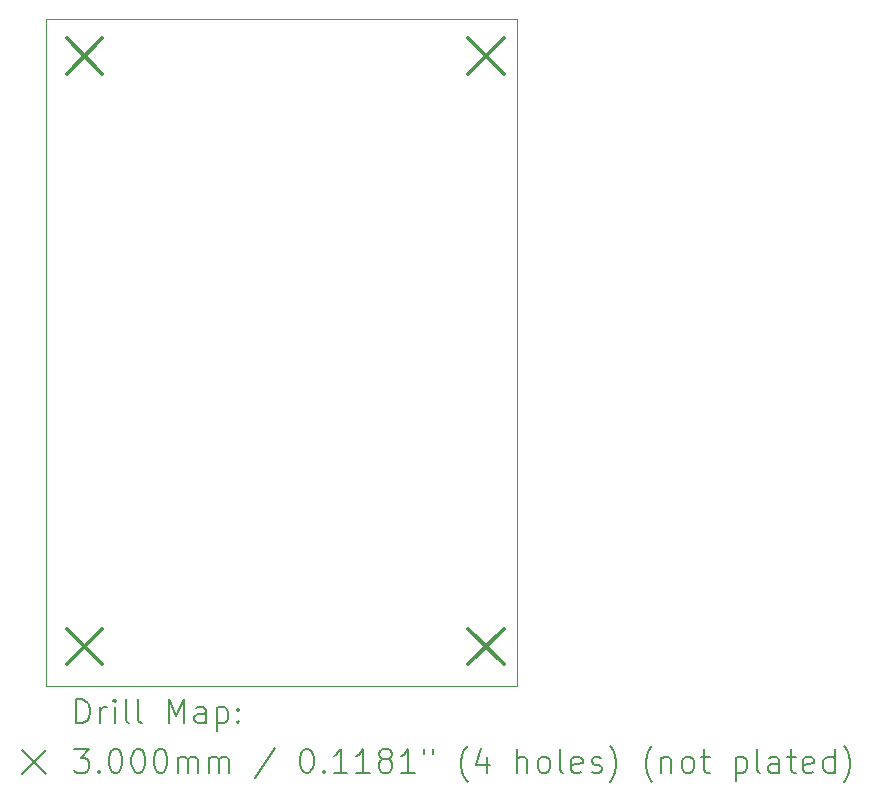
<source format=gbr>
%TF.GenerationSoftware,KiCad,Pcbnew,9.0.1*%
%TF.CreationDate,2025-06-03T13:31:58-07:00*%
%TF.ProjectId,mp153-devboard,6d703135-332d-4646-9576-626f6172642e,rev?*%
%TF.SameCoordinates,PXb487a00PY650eff0*%
%TF.FileFunction,Drillmap*%
%TF.FilePolarity,Positive*%
%FSLAX45Y45*%
G04 Gerber Fmt 4.5, Leading zero omitted, Abs format (unit mm)*
G04 Created by KiCad (PCBNEW 9.0.1) date 2025-06-03 13:31:58*
%MOMM*%
%LPD*%
G01*
G04 APERTURE LIST*
%ADD10C,0.050000*%
%ADD11C,0.200000*%
%ADD12C,0.300000*%
G04 APERTURE END LIST*
D10*
X0Y5644920D02*
X3990340Y5644920D01*
X3990340Y0D01*
X0Y0D01*
X0Y5644920D01*
D11*
D12*
X175080Y5485760D02*
X475080Y5185760D01*
X475080Y5485760D02*
X175080Y5185760D01*
X175080Y485760D02*
X475080Y185760D01*
X475080Y485760D02*
X175080Y185760D01*
X3575080Y5485760D02*
X3875080Y5185760D01*
X3875080Y5485760D02*
X3575080Y5185760D01*
X3575080Y485760D02*
X3875080Y185760D01*
X3875080Y485760D02*
X3575080Y185760D01*
D11*
X258277Y-313984D02*
X258277Y-113984D01*
X258277Y-113984D02*
X305896Y-113984D01*
X305896Y-113984D02*
X334467Y-123508D01*
X334467Y-123508D02*
X353515Y-142555D01*
X353515Y-142555D02*
X363039Y-161603D01*
X363039Y-161603D02*
X372562Y-199698D01*
X372562Y-199698D02*
X372562Y-228269D01*
X372562Y-228269D02*
X363039Y-266365D01*
X363039Y-266365D02*
X353515Y-285412D01*
X353515Y-285412D02*
X334467Y-304460D01*
X334467Y-304460D02*
X305896Y-313984D01*
X305896Y-313984D02*
X258277Y-313984D01*
X458277Y-313984D02*
X458277Y-180650D01*
X458277Y-218746D02*
X467801Y-199698D01*
X467801Y-199698D02*
X477324Y-190174D01*
X477324Y-190174D02*
X496372Y-180650D01*
X496372Y-180650D02*
X515420Y-180650D01*
X582086Y-313984D02*
X582086Y-180650D01*
X582086Y-113984D02*
X572563Y-123508D01*
X572563Y-123508D02*
X582086Y-133031D01*
X582086Y-133031D02*
X591610Y-123508D01*
X591610Y-123508D02*
X582086Y-113984D01*
X582086Y-113984D02*
X582086Y-133031D01*
X705896Y-313984D02*
X686848Y-304460D01*
X686848Y-304460D02*
X677324Y-285412D01*
X677324Y-285412D02*
X677324Y-113984D01*
X810658Y-313984D02*
X791610Y-304460D01*
X791610Y-304460D02*
X782086Y-285412D01*
X782086Y-285412D02*
X782086Y-113984D01*
X1039229Y-313984D02*
X1039229Y-113984D01*
X1039229Y-113984D02*
X1105896Y-256841D01*
X1105896Y-256841D02*
X1172563Y-113984D01*
X1172563Y-113984D02*
X1172563Y-313984D01*
X1353515Y-313984D02*
X1353515Y-209222D01*
X1353515Y-209222D02*
X1343991Y-190174D01*
X1343991Y-190174D02*
X1324944Y-180650D01*
X1324944Y-180650D02*
X1286848Y-180650D01*
X1286848Y-180650D02*
X1267801Y-190174D01*
X1353515Y-304460D02*
X1334467Y-313984D01*
X1334467Y-313984D02*
X1286848Y-313984D01*
X1286848Y-313984D02*
X1267801Y-304460D01*
X1267801Y-304460D02*
X1258277Y-285412D01*
X1258277Y-285412D02*
X1258277Y-266365D01*
X1258277Y-266365D02*
X1267801Y-247317D01*
X1267801Y-247317D02*
X1286848Y-237793D01*
X1286848Y-237793D02*
X1334467Y-237793D01*
X1334467Y-237793D02*
X1353515Y-228269D01*
X1448753Y-180650D02*
X1448753Y-380650D01*
X1448753Y-190174D02*
X1467801Y-180650D01*
X1467801Y-180650D02*
X1505896Y-180650D01*
X1505896Y-180650D02*
X1524943Y-190174D01*
X1524943Y-190174D02*
X1534467Y-199698D01*
X1534467Y-199698D02*
X1543991Y-218746D01*
X1543991Y-218746D02*
X1543991Y-275889D01*
X1543991Y-275889D02*
X1534467Y-294936D01*
X1534467Y-294936D02*
X1524943Y-304460D01*
X1524943Y-304460D02*
X1505896Y-313984D01*
X1505896Y-313984D02*
X1467801Y-313984D01*
X1467801Y-313984D02*
X1448753Y-304460D01*
X1629705Y-294936D02*
X1639229Y-304460D01*
X1639229Y-304460D02*
X1629705Y-313984D01*
X1629705Y-313984D02*
X1620182Y-304460D01*
X1620182Y-304460D02*
X1629705Y-294936D01*
X1629705Y-294936D02*
X1629705Y-313984D01*
X1629705Y-190174D02*
X1639229Y-199698D01*
X1639229Y-199698D02*
X1629705Y-209222D01*
X1629705Y-209222D02*
X1620182Y-199698D01*
X1620182Y-199698D02*
X1629705Y-190174D01*
X1629705Y-190174D02*
X1629705Y-209222D01*
X-202500Y-542500D02*
X-2500Y-742500D01*
X-2500Y-542500D02*
X-202500Y-742500D01*
X239229Y-533984D02*
X363039Y-533984D01*
X363039Y-533984D02*
X296372Y-610174D01*
X296372Y-610174D02*
X324944Y-610174D01*
X324944Y-610174D02*
X343991Y-619698D01*
X343991Y-619698D02*
X353515Y-629222D01*
X353515Y-629222D02*
X363039Y-648270D01*
X363039Y-648270D02*
X363039Y-695889D01*
X363039Y-695889D02*
X353515Y-714936D01*
X353515Y-714936D02*
X343991Y-724460D01*
X343991Y-724460D02*
X324944Y-733984D01*
X324944Y-733984D02*
X267801Y-733984D01*
X267801Y-733984D02*
X248753Y-724460D01*
X248753Y-724460D02*
X239229Y-714936D01*
X448753Y-714936D02*
X458277Y-724460D01*
X458277Y-724460D02*
X448753Y-733984D01*
X448753Y-733984D02*
X439229Y-724460D01*
X439229Y-724460D02*
X448753Y-714936D01*
X448753Y-714936D02*
X448753Y-733984D01*
X582086Y-533984D02*
X601134Y-533984D01*
X601134Y-533984D02*
X620182Y-543508D01*
X620182Y-543508D02*
X629705Y-553031D01*
X629705Y-553031D02*
X639229Y-572079D01*
X639229Y-572079D02*
X648753Y-610174D01*
X648753Y-610174D02*
X648753Y-657793D01*
X648753Y-657793D02*
X639229Y-695889D01*
X639229Y-695889D02*
X629705Y-714936D01*
X629705Y-714936D02*
X620182Y-724460D01*
X620182Y-724460D02*
X601134Y-733984D01*
X601134Y-733984D02*
X582086Y-733984D01*
X582086Y-733984D02*
X563039Y-724460D01*
X563039Y-724460D02*
X553515Y-714936D01*
X553515Y-714936D02*
X543991Y-695889D01*
X543991Y-695889D02*
X534467Y-657793D01*
X534467Y-657793D02*
X534467Y-610174D01*
X534467Y-610174D02*
X543991Y-572079D01*
X543991Y-572079D02*
X553515Y-553031D01*
X553515Y-553031D02*
X563039Y-543508D01*
X563039Y-543508D02*
X582086Y-533984D01*
X772562Y-533984D02*
X791610Y-533984D01*
X791610Y-533984D02*
X810658Y-543508D01*
X810658Y-543508D02*
X820182Y-553031D01*
X820182Y-553031D02*
X829705Y-572079D01*
X829705Y-572079D02*
X839229Y-610174D01*
X839229Y-610174D02*
X839229Y-657793D01*
X839229Y-657793D02*
X829705Y-695889D01*
X829705Y-695889D02*
X820182Y-714936D01*
X820182Y-714936D02*
X810658Y-724460D01*
X810658Y-724460D02*
X791610Y-733984D01*
X791610Y-733984D02*
X772562Y-733984D01*
X772562Y-733984D02*
X753515Y-724460D01*
X753515Y-724460D02*
X743991Y-714936D01*
X743991Y-714936D02*
X734467Y-695889D01*
X734467Y-695889D02*
X724943Y-657793D01*
X724943Y-657793D02*
X724943Y-610174D01*
X724943Y-610174D02*
X734467Y-572079D01*
X734467Y-572079D02*
X743991Y-553031D01*
X743991Y-553031D02*
X753515Y-543508D01*
X753515Y-543508D02*
X772562Y-533984D01*
X963039Y-533984D02*
X982086Y-533984D01*
X982086Y-533984D02*
X1001134Y-543508D01*
X1001134Y-543508D02*
X1010658Y-553031D01*
X1010658Y-553031D02*
X1020182Y-572079D01*
X1020182Y-572079D02*
X1029705Y-610174D01*
X1029705Y-610174D02*
X1029705Y-657793D01*
X1029705Y-657793D02*
X1020182Y-695889D01*
X1020182Y-695889D02*
X1010658Y-714936D01*
X1010658Y-714936D02*
X1001134Y-724460D01*
X1001134Y-724460D02*
X982086Y-733984D01*
X982086Y-733984D02*
X963039Y-733984D01*
X963039Y-733984D02*
X943991Y-724460D01*
X943991Y-724460D02*
X934467Y-714936D01*
X934467Y-714936D02*
X924943Y-695889D01*
X924943Y-695889D02*
X915420Y-657793D01*
X915420Y-657793D02*
X915420Y-610174D01*
X915420Y-610174D02*
X924943Y-572079D01*
X924943Y-572079D02*
X934467Y-553031D01*
X934467Y-553031D02*
X943991Y-543508D01*
X943991Y-543508D02*
X963039Y-533984D01*
X1115420Y-733984D02*
X1115420Y-600650D01*
X1115420Y-619698D02*
X1124944Y-610174D01*
X1124944Y-610174D02*
X1143991Y-600650D01*
X1143991Y-600650D02*
X1172563Y-600650D01*
X1172563Y-600650D02*
X1191610Y-610174D01*
X1191610Y-610174D02*
X1201134Y-629222D01*
X1201134Y-629222D02*
X1201134Y-733984D01*
X1201134Y-629222D02*
X1210658Y-610174D01*
X1210658Y-610174D02*
X1229705Y-600650D01*
X1229705Y-600650D02*
X1258277Y-600650D01*
X1258277Y-600650D02*
X1277325Y-610174D01*
X1277325Y-610174D02*
X1286848Y-629222D01*
X1286848Y-629222D02*
X1286848Y-733984D01*
X1382086Y-733984D02*
X1382086Y-600650D01*
X1382086Y-619698D02*
X1391610Y-610174D01*
X1391610Y-610174D02*
X1410658Y-600650D01*
X1410658Y-600650D02*
X1439229Y-600650D01*
X1439229Y-600650D02*
X1458277Y-610174D01*
X1458277Y-610174D02*
X1467801Y-629222D01*
X1467801Y-629222D02*
X1467801Y-733984D01*
X1467801Y-629222D02*
X1477324Y-610174D01*
X1477324Y-610174D02*
X1496372Y-600650D01*
X1496372Y-600650D02*
X1524943Y-600650D01*
X1524943Y-600650D02*
X1543991Y-610174D01*
X1543991Y-610174D02*
X1553515Y-629222D01*
X1553515Y-629222D02*
X1553515Y-733984D01*
X1943991Y-524460D02*
X1772563Y-781603D01*
X2201134Y-533984D02*
X2220182Y-533984D01*
X2220182Y-533984D02*
X2239229Y-543508D01*
X2239229Y-543508D02*
X2248753Y-553031D01*
X2248753Y-553031D02*
X2258277Y-572079D01*
X2258277Y-572079D02*
X2267801Y-610174D01*
X2267801Y-610174D02*
X2267801Y-657793D01*
X2267801Y-657793D02*
X2258277Y-695889D01*
X2258277Y-695889D02*
X2248753Y-714936D01*
X2248753Y-714936D02*
X2239229Y-724460D01*
X2239229Y-724460D02*
X2220182Y-733984D01*
X2220182Y-733984D02*
X2201134Y-733984D01*
X2201134Y-733984D02*
X2182087Y-724460D01*
X2182087Y-724460D02*
X2172563Y-714936D01*
X2172563Y-714936D02*
X2163039Y-695889D01*
X2163039Y-695889D02*
X2153515Y-657793D01*
X2153515Y-657793D02*
X2153515Y-610174D01*
X2153515Y-610174D02*
X2163039Y-572079D01*
X2163039Y-572079D02*
X2172563Y-553031D01*
X2172563Y-553031D02*
X2182087Y-543508D01*
X2182087Y-543508D02*
X2201134Y-533984D01*
X2353515Y-714936D02*
X2363039Y-724460D01*
X2363039Y-724460D02*
X2353515Y-733984D01*
X2353515Y-733984D02*
X2343991Y-724460D01*
X2343991Y-724460D02*
X2353515Y-714936D01*
X2353515Y-714936D02*
X2353515Y-733984D01*
X2553515Y-733984D02*
X2439229Y-733984D01*
X2496372Y-733984D02*
X2496372Y-533984D01*
X2496372Y-533984D02*
X2477325Y-562555D01*
X2477325Y-562555D02*
X2458277Y-581603D01*
X2458277Y-581603D02*
X2439229Y-591127D01*
X2743991Y-733984D02*
X2629706Y-733984D01*
X2686848Y-733984D02*
X2686848Y-533984D01*
X2686848Y-533984D02*
X2667801Y-562555D01*
X2667801Y-562555D02*
X2648753Y-581603D01*
X2648753Y-581603D02*
X2629706Y-591127D01*
X2858277Y-619698D02*
X2839229Y-610174D01*
X2839229Y-610174D02*
X2829706Y-600650D01*
X2829706Y-600650D02*
X2820182Y-581603D01*
X2820182Y-581603D02*
X2820182Y-572079D01*
X2820182Y-572079D02*
X2829706Y-553031D01*
X2829706Y-553031D02*
X2839229Y-543508D01*
X2839229Y-543508D02*
X2858277Y-533984D01*
X2858277Y-533984D02*
X2896372Y-533984D01*
X2896372Y-533984D02*
X2915420Y-543508D01*
X2915420Y-543508D02*
X2924944Y-553031D01*
X2924944Y-553031D02*
X2934467Y-572079D01*
X2934467Y-572079D02*
X2934467Y-581603D01*
X2934467Y-581603D02*
X2924944Y-600650D01*
X2924944Y-600650D02*
X2915420Y-610174D01*
X2915420Y-610174D02*
X2896372Y-619698D01*
X2896372Y-619698D02*
X2858277Y-619698D01*
X2858277Y-619698D02*
X2839229Y-629222D01*
X2839229Y-629222D02*
X2829706Y-638746D01*
X2829706Y-638746D02*
X2820182Y-657793D01*
X2820182Y-657793D02*
X2820182Y-695889D01*
X2820182Y-695889D02*
X2829706Y-714936D01*
X2829706Y-714936D02*
X2839229Y-724460D01*
X2839229Y-724460D02*
X2858277Y-733984D01*
X2858277Y-733984D02*
X2896372Y-733984D01*
X2896372Y-733984D02*
X2915420Y-724460D01*
X2915420Y-724460D02*
X2924944Y-714936D01*
X2924944Y-714936D02*
X2934467Y-695889D01*
X2934467Y-695889D02*
X2934467Y-657793D01*
X2934467Y-657793D02*
X2924944Y-638746D01*
X2924944Y-638746D02*
X2915420Y-629222D01*
X2915420Y-629222D02*
X2896372Y-619698D01*
X3124944Y-733984D02*
X3010658Y-733984D01*
X3067801Y-733984D02*
X3067801Y-533984D01*
X3067801Y-533984D02*
X3048753Y-562555D01*
X3048753Y-562555D02*
X3029706Y-581603D01*
X3029706Y-581603D02*
X3010658Y-591127D01*
X3201134Y-533984D02*
X3201134Y-572079D01*
X3277325Y-533984D02*
X3277325Y-572079D01*
X3572563Y-810174D02*
X3563039Y-800650D01*
X3563039Y-800650D02*
X3543991Y-772079D01*
X3543991Y-772079D02*
X3534468Y-753031D01*
X3534468Y-753031D02*
X3524944Y-724460D01*
X3524944Y-724460D02*
X3515420Y-676841D01*
X3515420Y-676841D02*
X3515420Y-638746D01*
X3515420Y-638746D02*
X3524944Y-591127D01*
X3524944Y-591127D02*
X3534468Y-562555D01*
X3534468Y-562555D02*
X3543991Y-543508D01*
X3543991Y-543508D02*
X3563039Y-514936D01*
X3563039Y-514936D02*
X3572563Y-505412D01*
X3734468Y-600650D02*
X3734468Y-733984D01*
X3686848Y-524460D02*
X3639229Y-667317D01*
X3639229Y-667317D02*
X3763039Y-667317D01*
X3991610Y-733984D02*
X3991610Y-533984D01*
X4077325Y-733984D02*
X4077325Y-629222D01*
X4077325Y-629222D02*
X4067801Y-610174D01*
X4067801Y-610174D02*
X4048753Y-600650D01*
X4048753Y-600650D02*
X4020182Y-600650D01*
X4020182Y-600650D02*
X4001134Y-610174D01*
X4001134Y-610174D02*
X3991610Y-619698D01*
X4201134Y-733984D02*
X4182087Y-724460D01*
X4182087Y-724460D02*
X4172563Y-714936D01*
X4172563Y-714936D02*
X4163039Y-695889D01*
X4163039Y-695889D02*
X4163039Y-638746D01*
X4163039Y-638746D02*
X4172563Y-619698D01*
X4172563Y-619698D02*
X4182087Y-610174D01*
X4182087Y-610174D02*
X4201134Y-600650D01*
X4201134Y-600650D02*
X4229706Y-600650D01*
X4229706Y-600650D02*
X4248753Y-610174D01*
X4248753Y-610174D02*
X4258277Y-619698D01*
X4258277Y-619698D02*
X4267801Y-638746D01*
X4267801Y-638746D02*
X4267801Y-695889D01*
X4267801Y-695889D02*
X4258277Y-714936D01*
X4258277Y-714936D02*
X4248753Y-724460D01*
X4248753Y-724460D02*
X4229706Y-733984D01*
X4229706Y-733984D02*
X4201134Y-733984D01*
X4382087Y-733984D02*
X4363039Y-724460D01*
X4363039Y-724460D02*
X4353515Y-705412D01*
X4353515Y-705412D02*
X4353515Y-533984D01*
X4534468Y-724460D02*
X4515420Y-733984D01*
X4515420Y-733984D02*
X4477325Y-733984D01*
X4477325Y-733984D02*
X4458277Y-724460D01*
X4458277Y-724460D02*
X4448753Y-705412D01*
X4448753Y-705412D02*
X4448753Y-629222D01*
X4448753Y-629222D02*
X4458277Y-610174D01*
X4458277Y-610174D02*
X4477325Y-600650D01*
X4477325Y-600650D02*
X4515420Y-600650D01*
X4515420Y-600650D02*
X4534468Y-610174D01*
X4534468Y-610174D02*
X4543992Y-629222D01*
X4543992Y-629222D02*
X4543992Y-648270D01*
X4543992Y-648270D02*
X4448753Y-667317D01*
X4620182Y-724460D02*
X4639230Y-733984D01*
X4639230Y-733984D02*
X4677325Y-733984D01*
X4677325Y-733984D02*
X4696373Y-724460D01*
X4696373Y-724460D02*
X4705896Y-705412D01*
X4705896Y-705412D02*
X4705896Y-695889D01*
X4705896Y-695889D02*
X4696373Y-676841D01*
X4696373Y-676841D02*
X4677325Y-667317D01*
X4677325Y-667317D02*
X4648753Y-667317D01*
X4648753Y-667317D02*
X4629706Y-657793D01*
X4629706Y-657793D02*
X4620182Y-638746D01*
X4620182Y-638746D02*
X4620182Y-629222D01*
X4620182Y-629222D02*
X4629706Y-610174D01*
X4629706Y-610174D02*
X4648753Y-600650D01*
X4648753Y-600650D02*
X4677325Y-600650D01*
X4677325Y-600650D02*
X4696373Y-610174D01*
X4772563Y-810174D02*
X4782087Y-800650D01*
X4782087Y-800650D02*
X4801134Y-772079D01*
X4801134Y-772079D02*
X4810658Y-753031D01*
X4810658Y-753031D02*
X4820182Y-724460D01*
X4820182Y-724460D02*
X4829706Y-676841D01*
X4829706Y-676841D02*
X4829706Y-638746D01*
X4829706Y-638746D02*
X4820182Y-591127D01*
X4820182Y-591127D02*
X4810658Y-562555D01*
X4810658Y-562555D02*
X4801134Y-543508D01*
X4801134Y-543508D02*
X4782087Y-514936D01*
X4782087Y-514936D02*
X4772563Y-505412D01*
X5134468Y-810174D02*
X5124944Y-800650D01*
X5124944Y-800650D02*
X5105896Y-772079D01*
X5105896Y-772079D02*
X5096373Y-753031D01*
X5096373Y-753031D02*
X5086849Y-724460D01*
X5086849Y-724460D02*
X5077325Y-676841D01*
X5077325Y-676841D02*
X5077325Y-638746D01*
X5077325Y-638746D02*
X5086849Y-591127D01*
X5086849Y-591127D02*
X5096373Y-562555D01*
X5096373Y-562555D02*
X5105896Y-543508D01*
X5105896Y-543508D02*
X5124944Y-514936D01*
X5124944Y-514936D02*
X5134468Y-505412D01*
X5210658Y-600650D02*
X5210658Y-733984D01*
X5210658Y-619698D02*
X5220182Y-610174D01*
X5220182Y-610174D02*
X5239230Y-600650D01*
X5239230Y-600650D02*
X5267801Y-600650D01*
X5267801Y-600650D02*
X5286849Y-610174D01*
X5286849Y-610174D02*
X5296373Y-629222D01*
X5296373Y-629222D02*
X5296373Y-733984D01*
X5420182Y-733984D02*
X5401134Y-724460D01*
X5401134Y-724460D02*
X5391611Y-714936D01*
X5391611Y-714936D02*
X5382087Y-695889D01*
X5382087Y-695889D02*
X5382087Y-638746D01*
X5382087Y-638746D02*
X5391611Y-619698D01*
X5391611Y-619698D02*
X5401134Y-610174D01*
X5401134Y-610174D02*
X5420182Y-600650D01*
X5420182Y-600650D02*
X5448754Y-600650D01*
X5448754Y-600650D02*
X5467801Y-610174D01*
X5467801Y-610174D02*
X5477325Y-619698D01*
X5477325Y-619698D02*
X5486849Y-638746D01*
X5486849Y-638746D02*
X5486849Y-695889D01*
X5486849Y-695889D02*
X5477325Y-714936D01*
X5477325Y-714936D02*
X5467801Y-724460D01*
X5467801Y-724460D02*
X5448754Y-733984D01*
X5448754Y-733984D02*
X5420182Y-733984D01*
X5543992Y-600650D02*
X5620182Y-600650D01*
X5572563Y-533984D02*
X5572563Y-705412D01*
X5572563Y-705412D02*
X5582087Y-724460D01*
X5582087Y-724460D02*
X5601134Y-733984D01*
X5601134Y-733984D02*
X5620182Y-733984D01*
X5839230Y-600650D02*
X5839230Y-800650D01*
X5839230Y-610174D02*
X5858277Y-600650D01*
X5858277Y-600650D02*
X5896373Y-600650D01*
X5896373Y-600650D02*
X5915420Y-610174D01*
X5915420Y-610174D02*
X5924944Y-619698D01*
X5924944Y-619698D02*
X5934468Y-638746D01*
X5934468Y-638746D02*
X5934468Y-695889D01*
X5934468Y-695889D02*
X5924944Y-714936D01*
X5924944Y-714936D02*
X5915420Y-724460D01*
X5915420Y-724460D02*
X5896373Y-733984D01*
X5896373Y-733984D02*
X5858277Y-733984D01*
X5858277Y-733984D02*
X5839230Y-724460D01*
X6048753Y-733984D02*
X6029706Y-724460D01*
X6029706Y-724460D02*
X6020182Y-705412D01*
X6020182Y-705412D02*
X6020182Y-533984D01*
X6210658Y-733984D02*
X6210658Y-629222D01*
X6210658Y-629222D02*
X6201134Y-610174D01*
X6201134Y-610174D02*
X6182087Y-600650D01*
X6182087Y-600650D02*
X6143992Y-600650D01*
X6143992Y-600650D02*
X6124944Y-610174D01*
X6210658Y-724460D02*
X6191611Y-733984D01*
X6191611Y-733984D02*
X6143992Y-733984D01*
X6143992Y-733984D02*
X6124944Y-724460D01*
X6124944Y-724460D02*
X6115420Y-705412D01*
X6115420Y-705412D02*
X6115420Y-686365D01*
X6115420Y-686365D02*
X6124944Y-667317D01*
X6124944Y-667317D02*
X6143992Y-657793D01*
X6143992Y-657793D02*
X6191611Y-657793D01*
X6191611Y-657793D02*
X6210658Y-648270D01*
X6277325Y-600650D02*
X6353515Y-600650D01*
X6305896Y-533984D02*
X6305896Y-705412D01*
X6305896Y-705412D02*
X6315420Y-724460D01*
X6315420Y-724460D02*
X6334468Y-733984D01*
X6334468Y-733984D02*
X6353515Y-733984D01*
X6496373Y-724460D02*
X6477325Y-733984D01*
X6477325Y-733984D02*
X6439230Y-733984D01*
X6439230Y-733984D02*
X6420182Y-724460D01*
X6420182Y-724460D02*
X6410658Y-705412D01*
X6410658Y-705412D02*
X6410658Y-629222D01*
X6410658Y-629222D02*
X6420182Y-610174D01*
X6420182Y-610174D02*
X6439230Y-600650D01*
X6439230Y-600650D02*
X6477325Y-600650D01*
X6477325Y-600650D02*
X6496373Y-610174D01*
X6496373Y-610174D02*
X6505896Y-629222D01*
X6505896Y-629222D02*
X6505896Y-648270D01*
X6505896Y-648270D02*
X6410658Y-667317D01*
X6677325Y-733984D02*
X6677325Y-533984D01*
X6677325Y-724460D02*
X6658277Y-733984D01*
X6658277Y-733984D02*
X6620182Y-733984D01*
X6620182Y-733984D02*
X6601134Y-724460D01*
X6601134Y-724460D02*
X6591611Y-714936D01*
X6591611Y-714936D02*
X6582087Y-695889D01*
X6582087Y-695889D02*
X6582087Y-638746D01*
X6582087Y-638746D02*
X6591611Y-619698D01*
X6591611Y-619698D02*
X6601134Y-610174D01*
X6601134Y-610174D02*
X6620182Y-600650D01*
X6620182Y-600650D02*
X6658277Y-600650D01*
X6658277Y-600650D02*
X6677325Y-610174D01*
X6753515Y-810174D02*
X6763039Y-800650D01*
X6763039Y-800650D02*
X6782087Y-772079D01*
X6782087Y-772079D02*
X6791611Y-753031D01*
X6791611Y-753031D02*
X6801134Y-724460D01*
X6801134Y-724460D02*
X6810658Y-676841D01*
X6810658Y-676841D02*
X6810658Y-638746D01*
X6810658Y-638746D02*
X6801134Y-591127D01*
X6801134Y-591127D02*
X6791611Y-562555D01*
X6791611Y-562555D02*
X6782087Y-543508D01*
X6782087Y-543508D02*
X6763039Y-514936D01*
X6763039Y-514936D02*
X6753515Y-505412D01*
M02*

</source>
